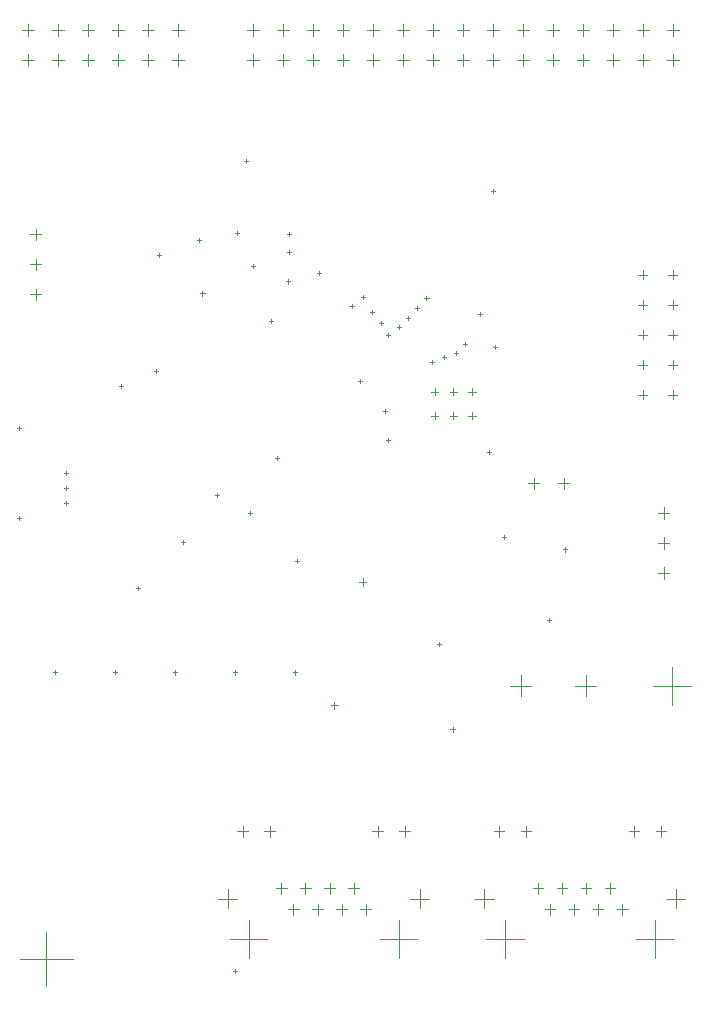
<source format=gbr>
G04*
G04 #@! TF.GenerationSoftware,Altium Limited,Altium Designer,22.4.2 (48)*
G04*
G04 Layer_Color=128*
%FSLAX25Y25*%
%MOIN*%
G70*
G04*
G04 #@! TF.SameCoordinates,486E1BA3-CE48-4A1D-B67F-52F2D9AC8645*
G04*
G04*
G04 #@! TF.FilePolarity,Positive*
G04*
G01*
G75*
%ADD91C,0.00200*%
D91*
X262146Y122000D02*
X274744D01*
X268445Y115701D02*
Y128299D01*
X312146Y122000D02*
X324744D01*
X318445Y115701D02*
Y128299D01*
X258307Y135504D02*
X264606D01*
X261457Y132354D02*
Y138654D01*
X322284Y135504D02*
X328583D01*
X325433Y132354D02*
Y138654D01*
X264665Y157984D02*
X268209D01*
X266437Y156213D02*
Y159756D01*
X273681Y157984D02*
X277224D01*
X275453Y156213D02*
Y159756D01*
X309665Y157984D02*
X313209D01*
X311437Y156213D02*
Y159756D01*
X318681Y157984D02*
X322224D01*
X320453Y156213D02*
Y159756D01*
X277618Y139008D02*
X281161D01*
X279390Y137236D02*
Y140779D01*
X281634Y132000D02*
X285177D01*
X283405Y130228D02*
Y133772D01*
X285650Y139008D02*
X289193D01*
X287421Y137236D02*
Y140779D01*
X289665Y132000D02*
X293209D01*
X291437Y130228D02*
Y133772D01*
X293681Y139008D02*
X297224D01*
X295453Y137236D02*
Y140779D01*
X297697Y132000D02*
X301240D01*
X299468Y130228D02*
Y133772D01*
X301713Y139008D02*
X305256D01*
X303484Y137236D02*
Y140779D01*
X305728Y132000D02*
X309272D01*
X307500Y130228D02*
Y133772D01*
X291717Y206500D02*
X298803D01*
X295260Y202957D02*
Y210043D01*
X270063Y206500D02*
X277150D01*
X273606Y202957D02*
Y210043D01*
X317701Y206500D02*
X330299D01*
X324000Y200201D02*
Y212799D01*
X319317Y264000D02*
X323254D01*
X321285Y262032D02*
Y265968D01*
X319317Y254000D02*
X323254D01*
X321285Y252031D02*
Y255968D01*
X319317Y244000D02*
X323254D01*
X321285Y242032D02*
Y245969D01*
X286228Y274000D02*
X289772D01*
X288000Y272228D02*
Y275772D01*
X276228Y274000D02*
X279772D01*
X278000Y272228D02*
Y275772D01*
X312856Y303500D02*
X315856D01*
X314356Y302000D02*
Y305000D01*
X322856Y303500D02*
X325856D01*
X324356Y302000D02*
Y305000D01*
X312856Y313500D02*
X315856D01*
X314356Y312000D02*
Y315000D01*
X322856Y313500D02*
X325856D01*
X324356Y312000D02*
Y315000D01*
X322856Y323500D02*
X325856D01*
X324356Y322000D02*
Y325000D01*
X312856Y333500D02*
X315856D01*
X314356Y332000D02*
Y335000D01*
X322856Y333500D02*
X325856D01*
X324356Y332000D02*
Y335000D01*
X312856Y343500D02*
X315856D01*
X314356Y342000D02*
Y345000D01*
X322856Y343500D02*
X325856D01*
X324356Y342000D02*
Y345000D01*
X312856Y323500D02*
X315856D01*
X314356Y322000D02*
Y325000D01*
X110228Y357000D02*
X113772D01*
X112000Y355228D02*
Y358772D01*
X110228Y347000D02*
X113772D01*
X112000Y345228D02*
Y348772D01*
X110228Y337000D02*
X113772D01*
X112000Y335228D02*
Y338772D01*
X107492Y425000D02*
X111508D01*
X109500Y422992D02*
Y427008D01*
X117492Y425000D02*
X121508D01*
X119500Y422992D02*
Y427008D01*
X127492Y425000D02*
X131508D01*
X129500Y422992D02*
Y427008D01*
X137492Y425000D02*
X141508D01*
X139500Y422992D02*
Y427008D01*
X147492Y425000D02*
X151508D01*
X149500Y422992D02*
Y427008D01*
X157492Y425000D02*
X161508D01*
X159500Y422992D02*
Y427008D01*
X157492Y415000D02*
X161508D01*
X159500Y412992D02*
Y417008D01*
X147492Y415000D02*
X151508D01*
X149500Y412992D02*
Y417008D01*
X107492Y415000D02*
X111508D01*
X109500Y412992D02*
Y417008D01*
X117492Y415000D02*
X121508D01*
X119500Y412992D02*
Y417008D01*
X127492Y415000D02*
X131508D01*
X129500Y412992D02*
Y417008D01*
X137492Y415000D02*
X141508D01*
X139500Y412992D02*
Y417008D01*
X220228Y132000D02*
X223772D01*
X222000Y130228D02*
Y133772D01*
X216213Y139008D02*
X219756D01*
X217984Y137236D02*
Y140779D01*
X212197Y132000D02*
X215740D01*
X213968Y130228D02*
Y133772D01*
X208181Y139008D02*
X211724D01*
X209953Y137236D02*
Y140779D01*
X204165Y132000D02*
X207709D01*
X205937Y130228D02*
Y133772D01*
X200150Y139008D02*
X203693D01*
X201921Y137236D02*
Y140779D01*
X196134Y132000D02*
X199677D01*
X197906Y130228D02*
Y133772D01*
X192118Y139008D02*
X195661D01*
X193890Y137236D02*
Y140779D01*
X233181Y157984D02*
X236724D01*
X234953Y156213D02*
Y159756D01*
X224165Y157984D02*
X227709D01*
X225937Y156213D02*
Y159756D01*
X188181Y157984D02*
X191724D01*
X189953Y156213D02*
Y159756D01*
X179165Y157984D02*
X182709D01*
X180937Y156213D02*
Y159756D01*
X236784Y135504D02*
X243083D01*
X239933Y132354D02*
Y138654D01*
X172807Y135504D02*
X179106D01*
X175957Y132354D02*
Y138654D01*
X226646Y122000D02*
X239244D01*
X232945Y115701D02*
Y128299D01*
X176646Y122000D02*
X189244D01*
X182945Y115701D02*
Y128299D01*
X232492Y425000D02*
X236508D01*
X234500Y422992D02*
Y427008D01*
X242492Y425000D02*
X246508D01*
X244500Y422992D02*
Y427008D01*
X252492Y425000D02*
X256508D01*
X254500Y422992D02*
Y427008D01*
X262492Y425000D02*
X266508D01*
X264500Y422992D02*
Y427008D01*
X272492Y425000D02*
X276508D01*
X274500Y422992D02*
Y427008D01*
X282492Y425000D02*
X286508D01*
X284500Y422992D02*
Y427008D01*
X292492Y425000D02*
X296508D01*
X294500Y422992D02*
Y427008D01*
X302492Y425000D02*
X306508D01*
X304500Y422992D02*
Y427008D01*
X312492Y425000D02*
X316508D01*
X314500Y422992D02*
Y427008D01*
X322492Y425000D02*
X326508D01*
X324500Y422992D02*
Y427008D01*
X322492Y415000D02*
X326508D01*
X324500Y412992D02*
Y417008D01*
X312492Y415000D02*
X316508D01*
X314500Y412992D02*
Y417008D01*
X302492Y415000D02*
X306508D01*
X304500Y412992D02*
Y417008D01*
X292492Y415000D02*
X296508D01*
X294500Y412992D02*
Y417008D01*
X282492Y415000D02*
X286508D01*
X284500Y412992D02*
Y417008D01*
X272492Y415000D02*
X276508D01*
X274500Y412992D02*
Y417008D01*
X262492Y415000D02*
X266508D01*
X264500Y412992D02*
Y417008D01*
X252492Y415000D02*
X256508D01*
X254500Y412992D02*
Y417008D01*
X242492Y415000D02*
X246508D01*
X244500Y412992D02*
Y417008D01*
X232492Y415000D02*
X236508D01*
X234500Y412992D02*
Y417008D01*
X222492Y425000D02*
X226508D01*
X224500Y422992D02*
Y427008D01*
X212492Y425000D02*
X216508D01*
X214500Y422992D02*
Y427008D01*
X202492Y425000D02*
X206508D01*
X204500Y422992D02*
Y427008D01*
X192492Y425000D02*
X196508D01*
X194500Y422992D02*
Y427008D01*
X182492Y425000D02*
X186508D01*
X184500Y422992D02*
Y427008D01*
X222492Y415000D02*
X226508D01*
X224500Y412992D02*
Y417008D01*
X212492Y415000D02*
X216508D01*
X214500Y412992D02*
Y417008D01*
X202492Y415000D02*
X206508D01*
X204500Y412992D02*
Y417008D01*
X192492Y415000D02*
X196508D01*
X194500Y412992D02*
Y417008D01*
X182492Y415000D02*
X186508D01*
X184500Y412992D02*
Y417008D01*
X106642Y115417D02*
X124358D01*
X115500Y106559D02*
Y124276D01*
X166787Y337350D02*
X168362D01*
X167575Y336563D02*
Y338138D01*
X241405Y335808D02*
X242980D01*
X242192Y335020D02*
Y336595D01*
X165811Y355000D02*
X167189D01*
X166500Y354311D02*
Y355689D01*
X181311Y381500D02*
X182689D01*
X182000Y380811D02*
Y382189D01*
X178311Y357500D02*
X179689D01*
X179000Y356811D02*
Y358189D01*
X262311Y284500D02*
X263689D01*
X263000Y283811D02*
Y285189D01*
X228811Y288500D02*
X230189D01*
X229500Y287811D02*
Y289189D01*
X287811Y251953D02*
X289189D01*
X288500Y251264D02*
Y252642D01*
X210319Y200000D02*
X212681D01*
X211500Y198819D02*
Y201181D01*
X198311Y248000D02*
X199689D01*
X199000Y247311D02*
Y248689D01*
X267311Y256000D02*
X268689D01*
X268000Y255311D02*
Y256689D01*
X137811Y211000D02*
X139189D01*
X138500Y210311D02*
Y211689D01*
X117811Y211000D02*
X119189D01*
X118500Y210311D02*
Y211689D01*
X157751Y210945D02*
X159129D01*
X158440Y210256D02*
Y211634D01*
X177811Y111500D02*
X179189D01*
X178500Y110811D02*
Y112189D01*
X145311Y239000D02*
X146689D01*
X146000Y238311D02*
Y239689D01*
X197751Y210945D02*
X199129D01*
X198440Y210256D02*
Y211634D01*
X282461Y228425D02*
X283839D01*
X283150Y227736D02*
Y229114D01*
X183811Y346500D02*
X185189D01*
X184500Y345811D02*
Y347189D01*
X256247Y296500D02*
X258610D01*
X257429Y295319D02*
Y297681D01*
X219311Y308000D02*
X220689D01*
X220000Y307311D02*
Y308689D01*
X195311Y341280D02*
X196689D01*
X196000Y340591D02*
Y341968D01*
X189811Y328000D02*
X191189D01*
X190500Y327311D02*
Y328689D01*
X259311Y330500D02*
X260689D01*
X260000Y329811D02*
Y331189D01*
X254311Y320500D02*
X255689D01*
X255000Y319811D02*
Y321189D01*
X247311Y316000D02*
X248689D01*
X248000Y315311D02*
Y316689D01*
X251311Y317500D02*
X252689D01*
X252000Y316811D02*
Y318189D01*
X243311Y314500D02*
X244689D01*
X244000Y313811D02*
Y315189D01*
X235311Y329000D02*
X236689D01*
X236000Y328311D02*
Y329689D01*
X238311Y332500D02*
X239689D01*
X239000Y331811D02*
Y333189D01*
X232311Y326000D02*
X233689D01*
X233000Y325311D02*
Y326689D01*
X220311Y336000D02*
X221689D01*
X221000Y335311D02*
Y336689D01*
X228811Y323500D02*
X230189D01*
X229500Y322811D02*
Y324189D01*
X226311Y327500D02*
X227689D01*
X227000Y326811D02*
Y328189D01*
X223311Y331000D02*
X224689D01*
X224000Y330311D02*
Y331689D01*
X216571Y333198D02*
X217949D01*
X217260Y332509D02*
Y333887D01*
X245811Y220500D02*
X247189D01*
X246500Y219811D02*
Y221189D01*
X243819Y304500D02*
X246181D01*
X245000Y303319D02*
Y305681D01*
X243819Y296500D02*
X246181D01*
X245000Y295319D02*
Y297681D01*
X250033Y296500D02*
X252395D01*
X251214Y295319D02*
Y297681D01*
X250251Y191945D02*
X251629D01*
X250940Y191256D02*
Y192634D01*
X177751Y210945D02*
X179129D01*
X178440Y210256D02*
Y211634D01*
X263751Y371445D02*
X265129D01*
X264440Y370756D02*
Y372134D01*
X195811Y357000D02*
X197189D01*
X196500Y356311D02*
Y357689D01*
X264311Y319500D02*
X265689D01*
X265000Y318811D02*
Y320189D01*
X121311Y277500D02*
X122689D01*
X122000Y276811D02*
Y278189D01*
X121311Y272500D02*
X122689D01*
X122000Y271811D02*
Y273189D01*
X121311Y267500D02*
X122689D01*
X122000Y266811D02*
Y268189D01*
X160311Y254500D02*
X161689D01*
X161000Y253811D02*
Y255189D01*
X152311Y350000D02*
X153689D01*
X153000Y349311D02*
Y350689D01*
X219744Y241101D02*
X222107D01*
X220926Y239920D02*
Y242282D01*
X151311Y311500D02*
X152689D01*
X152000Y310811D02*
Y312189D01*
X182811Y264000D02*
X184189D01*
X183500Y263311D02*
Y264689D01*
X139811Y306500D02*
X141189D01*
X140500Y305811D02*
Y307189D01*
X171811Y270000D02*
X173189D01*
X172500Y269311D02*
Y270689D01*
X227811Y298000D02*
X229189D01*
X228500Y297311D02*
Y298689D01*
X191811Y282500D02*
X193189D01*
X192500Y281811D02*
Y283189D01*
X105811Y262500D02*
X107189D01*
X106500Y261811D02*
Y263189D01*
X105811Y292500D02*
X107189D01*
X106500Y291811D02*
Y293189D01*
X205811Y344000D02*
X207189D01*
X206500Y343311D02*
Y344689D01*
X195811Y351000D02*
X197189D01*
X196500Y350311D02*
Y351689D01*
X256247Y304500D02*
X258610D01*
X257429Y303319D02*
Y305681D01*
X250033Y304500D02*
X252395D01*
X251214Y303319D02*
Y305681D01*
M02*

</source>
